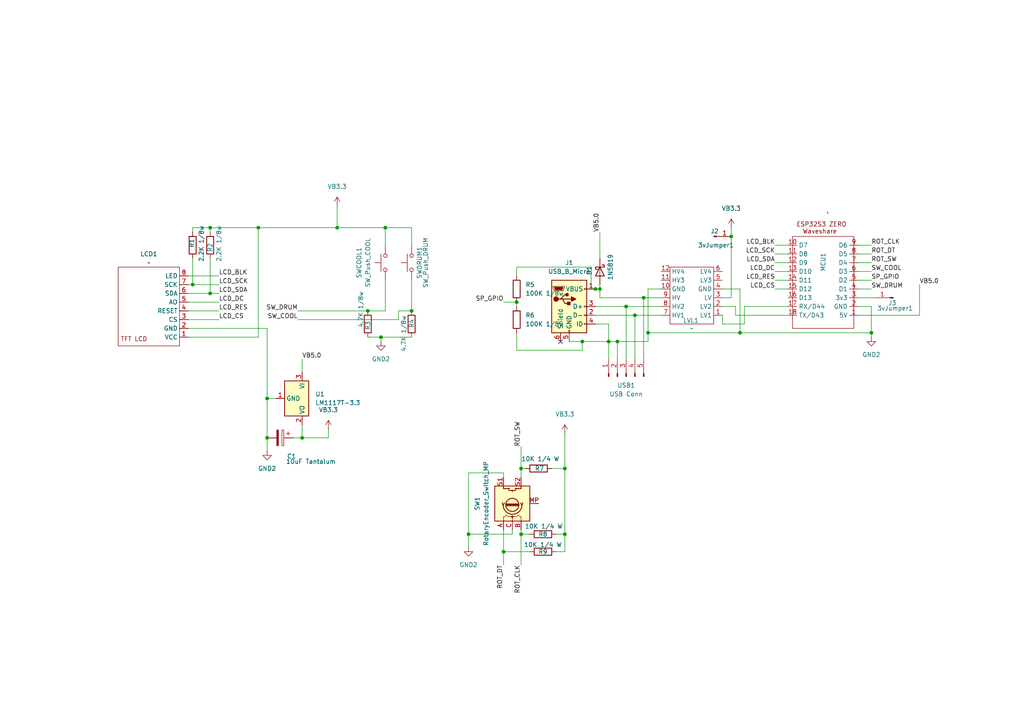
<source format=kicad_sch>
(kicad_sch (version 20231120) (generator "eeschema") (generator_version "8.0")
  (paper "A4")
  (lib_symbols
    (symbol "1_mycustom_symbol_library:Bidirectional Level Shifter Board"
      (property "Reference" "U" (at -10.16 0 0))
      (symbol "Bidirectional Level Shifter Board_0_1"
        (rectangle (start -1.27 8.89) (end 11.43 -7.62))
      )
      (symbol "Bidirectional Level Shifter Board_1_1"
        (pin bidirectional line (at -3.81 6.35 0) (length 2.54) (name "LV1") (number "1"))
        (pin power_in line (at 13.97 -1.27 180) (length 2.54) (name "GND") (number "10"))
        (pin bidirectional line (at 13.97 -3.81 180) (length 2.54) (name "HV3") (number "11"))
        (pin bidirectional line (at 13.97 -6.35 180) (length 2.54) (name "HV4") (number "12"))
        (pin bidirectional line (at -3.81 3.81 0) (length 2.54) (name "LV2") (number "2"))
        (pin power_in line (at -3.81 1.27 0) (length 2.54) (name "LV") (number "3"))
        (pin power_in line (at -3.81 -1.27 0) (length 2.54) (name "GND") (number "4"))
        (pin bidirectional line (at -3.81 -3.81 0) (length 2.54) (name "LV3") (number "5"))
        (pin bidirectional line (at -3.81 -6.35 0) (length 2.54) (name "LV4") (number "6"))
        (pin bidirectional line (at 13.97 6.35 180) (length 2.54) (name "HV1") (number "7"))
        (pin bidirectional line (at 13.97 3.81 180) (length 2.54) (name "HV2") (number "8"))
        (pin power_in line (at 13.97 1.27 180) (length 2.54) (name "HV") (number "9"))
      )
    )
    (symbol "1_mycustom_symbol_library:ST3375_TFT_160x128"
      (property "Reference" "U" (at 0 0 0))
      (symbol "ST3375_TFT_160x128_0_1"
        (rectangle (start 0 6.35) (end 17.78 -16.51))
      )
      (symbol "ST3375_TFT_160x128_1_1"
        (text "TFT LCD" (at 13.208 4.318 0) (effects (font (size 1.27 1.27))))
        (pin input line (at -2.54 3.81 0) (length 2.54) (name "VCC") (number "1"))
        (pin input line (at -2.54 1.27 0) (length 2.54) (name "GND") (number "2"))
        (pin input line (at -2.54 -1.27 0) (length 2.54) (name "CS") (number "3"))
        (pin input line (at -2.54 -3.81 0) (length 2.54) (name "RESET") (number "4"))
        (pin input line (at -2.54 -6.35 0) (length 2.54) (name "AO") (number "5"))
        (pin input line (at -2.54 -8.89 0) (length 2.54) (name "SDA") (number "6"))
        (pin input line (at -2.54 -11.43 0) (length 2.54) (name "SCK") (number "7"))
        (pin input line (at -2.54 -13.97 0) (length 2.54) (name "LED") (number "8"))
      )
    )
    (symbol "1_mycustom_symbol_library:Waveshare_ESP32-S3-Zero"
      (property "Reference" "C" (at 0 0.254 0))
      (symbol "Waveshare_ESP32-S3-Zero_0_1"
        (rectangle (start -8.89 13.97) (end 8.89 -12.7))
      )
      (symbol "Waveshare_ESP32-S3-Zero_1_1"
        (text "ESP32S3 ZERO\nWaveshare \n" (at 0.508 -15.24 0) (effects (font (size 1.27 1.27))))
        (pin power_in line (at -10.16 10.16 0) (length 2.54) (name "5V") (number "1"))
        (pin bidirectional line (at 10.16 -10.16 180) (length 2.54) (name "D7") (number "10"))
        (pin bidirectional line (at 10.16 -7.62 180) (length 2.54) (name "D8") (number "11"))
        (pin bidirectional line (at 10.16 -5.08 180) (length 2.54) (name "D9") (number "12"))
        (pin bidirectional line (at 10.16 -2.54 180) (length 2.54) (name "D10") (number "13"))
        (pin bidirectional line (at 10.16 0 180) (length 2.54) (name "D11") (number "14"))
        (pin bidirectional line (at 10.16 2.54 180) (length 2.54) (name "D12") (number "15"))
        (pin bidirectional line (at 10.16 5.08 180) (length 2.54) (name "D13") (number "16"))
        (pin bidirectional line (at 10.16 7.62 180) (length 2.54) (name "RX/D44") (number "17"))
        (pin bidirectional line (at 10.16 10.16 180) (length 2.54) (name "TX/D43") (number "18"))
        (pin power_in line (at -10.16 7.62 0) (length 2.54) (name "GND") (number "2"))
        (pin power_out line (at -10.16 5.08 0) (length 2.54) (name "3v3") (number "3"))
        (pin bidirectional line (at -10.16 2.54 0) (length 2.54) (name "D1") (number "4"))
        (pin bidirectional line (at -10.16 0 0) (length 2.54) (name "D2") (number "5"))
        (pin bidirectional line (at -10.16 -2.54 0) (length 2.54) (name "D3") (number "6"))
        (pin bidirectional line (at -10.16 -5.08 0) (length 2.54) (name "D4") (number "7"))
        (pin bidirectional line (at -10.16 -7.62 0) (length 2.54) (name "D5") (number "8"))
        (pin bidirectional line (at -10.16 -10.16 0) (length 2.54) (name "D6") (number "9"))
      )
    )
    (symbol "Connector:Conn_01x01_Pin" (pin_names (offset 1.016) hide)
      (property "Reference" "J" (at 0 2.54 0))
      (property "Value" "Conn_01x01_Pin" (at 0 -2.54 0))
      (symbol "Conn_01x01_Pin_1_1"
        (polyline (pts (xy 1.27 0) (xy 0.8636 0)) (stroke (width 0.1524)))
        (rectangle (start 0.8636 0.127) (end 0 -0.127) (stroke (width 0.1524)) (fill (type outline)))
        (pin passive line (at 5.08 0 180) (length 3.81) (name "Pin_1") (number "1"))
      )
    )
    (symbol "Connector:Conn_01x05_Pin" (pin_names (offset 1.016) hide)
      (property "Reference" "J" (at 0 7.62 0))
      (property "Value" "Conn_01x05_Pin" (at 0 -7.62 0))
      (symbol "Conn_01x05_Pin_1_1"
        (polyline (pts (xy 1.27 -5.08) (xy 0.8636 -5.08)) (stroke (width 0.1524)))
        (polyline (pts (xy 1.27 -2.54) (xy 0.8636 -2.54)) (stroke (width 0.1524)))
        (polyline (pts (xy 1.27 0) (xy 0.8636 0)) (stroke (width 0.1524)))
        (polyline (pts (xy 1.27 2.54) (xy 0.8636 2.54)) (stroke (width 0.1524)))
        (polyline (pts (xy 1.27 5.08) (xy 0.8636 5.08)) (stroke (width 0.1524)))
        (rectangle (start 0.8636 -4.953) (end 0 -5.207) (stroke (width 0.1524)) (fill (type outline)))
        (rectangle (start 0.8636 -2.413) (end 0 -2.667) (stroke (width 0.1524)) (fill (type outline)))
        (rectangle (start 0.8636 0.127) (end 0 -0.127) (stroke (width 0.1524)) (fill (type outline)))
        (rectangle (start 0.8636 2.667) (end 0 2.413) (stroke (width 0.1524)) (fill (type outline)))
        (rectangle (start 0.8636 5.207) (end 0 4.953) (stroke (width 0.1524)) (fill (type outline)))
        (pin passive line (at 5.08 5.08 180) (length 3.81) (name "Pin_1") (number "1"))
        (pin passive line (at 5.08 2.54 180) (length 3.81) (name "Pin_2") (number "2"))
        (pin passive line (at 5.08 0 180) (length 3.81) (name "Pin_3") (number "3"))
        (pin passive line (at 5.08 -2.54 180) (length 3.81) (name "Pin_4") (number "4"))
        (pin passive line (at 5.08 -5.08 180) (length 3.81) (name "Pin_5") (number "5"))
      )
    )
    (symbol "Connector:USB_B_Micro" (pin_names (offset 1.016))
      (property "Reference" "J" (at -5.08 11.43 0))
      (property "Value" "USB_B_Micro" (at -5.08 8.89 0))
      (symbol "USB_B_Micro_0_1"
        (rectangle (start -5.08 -7.62) (end 5.08 7.62) (stroke (width 0.254)) (fill (type background)))
        (circle (center -3.81 2.159) (radius 0.635) (stroke (width 0.254)) (fill (type outline)))
        (circle (center -0.635 3.429) (radius 0.381) (stroke (width 0.254)) (fill (type outline)))
        (rectangle (start -0.127 -7.62) (end 0.127 -6.858))
        (polyline (pts (xy -1.905 2.159) (xy 0.635 2.159)) (stroke (width 0.254)))
        (polyline (pts (xy -3.175 2.159) (xy -2.54 2.159) (xy -1.27 3.429) (xy -0.635 3.429)) (stroke (width 0.254)))
        (polyline (pts (xy -2.54 2.159) (xy -1.905 2.159) (xy -1.27 0.889) (xy 0 0.889)) (stroke (width 0.254)))
        (polyline (pts (xy 0.635 2.794) (xy 0.635 1.524) (xy 1.905 2.159) (xy 0.635 2.794)) (stroke (width 0.254)) (fill (type outline)))
        (polyline (pts (xy -4.318 5.588) (xy -1.778 5.588) (xy -2.032 4.826) (xy -4.064 4.826) (xy -4.318 5.588)) (fill (type outline)))
        (polyline (pts (xy -4.699 5.842) (xy -4.699 5.588) (xy -4.445 4.826) (xy -4.445 4.572) (xy -1.651 4.572) (xy -1.651 4.826) (xy -1.397 5.588) (xy -1.397 5.842) (xy -4.699 5.842)))
        (rectangle (start 0.254 1.27) (end -0.508 0.508) (stroke (width 0.254)) (fill (type outline)))
        (rectangle (start 5.08 -5.207) (end 4.318 -4.953))
        (rectangle (start 5.08 -2.667) (end 4.318 -2.413))
        (rectangle (start 5.08 -0.127) (end 4.318 0.127))
        (rectangle (start 5.08 4.953) (end 4.318 5.207))
      )
      (symbol "USB_B_Micro_1_1"
        (pin power_out line (at 7.62 5.08 180) (length 2.54) (name "VBUS") (number "1"))
        (pin bidirectional line (at 7.62 -2.54 180) (length 2.54) (name "D-") (number "2"))
        (pin bidirectional line (at 7.62 0 180) (length 2.54) (name "D+") (number "3"))
        (pin passive line (at 7.62 -5.08 180) (length 2.54) (name "ID") (number "4"))
        (pin power_out line (at 0 -10.16 90) (length 2.54) (name "GND") (number "5"))
        (pin passive line (at -2.54 -10.16 90) (length 2.54) (name "Shield") (number "6"))
      )
    )
    (symbol "Device:C_Polarized" (pin_numbers hide) (pin_names (offset 0.254))
      (property "Reference" "C" (at 0.635 2.54 0))
      (property "Value" "C_Polarized" (at 0.635 -2.54 0))
      (symbol "C_Polarized_0_1"
        (rectangle (start -2.286 0.508) (end 2.286 1.016))
        (polyline (pts (xy -1.778 2.286) (xy -0.762 2.286)))
        (polyline (pts (xy -1.27 2.794) (xy -1.27 1.778)))
        (rectangle (start 2.286 -0.508) (end -2.286 -1.016) (fill (type outline)))
      )
      (symbol "C_Polarized_1_1"
        (pin passive line (at 0 3.81 270) (length 2.794) (name "~") (number "1"))
        (pin passive line (at 0 -3.81 90) (length 2.794) (name "~") (number "2"))
      )
    )
    (symbol "Device:D_Schottky" (pin_numbers hide) (pin_names (offset 1.016) hide)
      (property "Reference" "D" (at 0 2.54 0))
      (property "Value" "D_Schottky" (at 0 -2.54 0))
      (symbol "D_Schottky_0_1"
        (polyline (pts (xy 1.27 0) (xy -1.27 0)))
        (polyline (pts (xy 1.27 1.27) (xy 1.27 -1.27) (xy -1.27 0) (xy 1.27 1.27)) (stroke (width 0.254)))
        (polyline (pts (xy -1.905 0.635) (xy -1.905 1.27) (xy -1.27 1.27) (xy -1.27 -1.27) (xy -0.635 -1.27) (xy -0.635 -0.635)) (stroke (width 0.254)))
      )
      (symbol "D_Schottky_1_1"
        (pin passive line (at -3.81 0 0) (length 2.54) (name "K") (number "1"))
        (pin passive line (at 3.81 0 180) (length 2.54) (name "A") (number "2"))
      )
    )
    (symbol "Device:R" (pin_numbers hide) (pin_names (offset 0))
      (property "Reference" "R" (at 2.032 0 90))
      (property "Value" "R" (at 0 0 90))
      (symbol "R_0_1"
        (rectangle (start -1.016 -2.54) (end 1.016 2.54) (stroke (width 0.254)))
      )
      (symbol "R_1_1"
        (pin passive line (at 0 3.81 270) (length 1.27) (name "~") (number "1"))
        (pin passive line (at 0 -3.81 90) (length 1.27) (name "~") (number "2"))
      )
    )
    (symbol "Device:RotaryEncoder_Switch_MP" (pin_names (offset 0.254) hide)
      (property "Reference" "SW" (at 0 8.89 0))
      (property "Value" "RotaryEncoder_Switch_MP" (at 0 6.35 0))
      (symbol "RotaryEncoder_Switch_MP_0_1"
        (rectangle (start -5.08 5.08) (end 5.08 -5.08) (stroke (width 0.254)) (fill (type background)))
        (circle (center -3.81 0) (radius 0.254) (fill (type outline)))
        (circle (center -0.381 0) (radius 1.905) (stroke (width 0.254)))
        (arc (start -0.381 2.667) (mid -3.0988 -0.0635) (end -0.381 -2.794) (stroke (width 0.254)))
        (polyline (pts (xy -0.635 -1.778) (xy -0.635 1.778)) (stroke (width 0.254)))
        (polyline (pts (xy -0.381 -1.778) (xy -0.381 1.778)) (stroke (width 0.254)))
        (polyline (pts (xy -0.127 1.778) (xy -0.127 -1.778)) (stroke (width 0.254)))
        (polyline (pts (xy 3.81 0) (xy 3.429 0)) (stroke (width 0.254)))
        (polyline (pts (xy 3.81 1.016) (xy 3.81 -1.016)) (stroke (width 0.254)))
        (polyline (pts (xy -5.08 -2.54) (xy -3.81 -2.54) (xy -3.81 -2.032)))
        (polyline (pts (xy -5.08 2.54) (xy -3.81 2.54) (xy -3.81 2.032)))
        (polyline (pts (xy 0.254 -3.048) (xy -0.508 -2.794) (xy 0.127 -2.413)) (stroke (width 0.254)))
        (polyline (pts (xy 0.254 2.921) (xy -0.508 2.667) (xy 0.127 2.286)) (stroke (width 0.254)))
        (polyline (pts (xy 5.08 -2.54) (xy 4.318 -2.54) (xy 4.318 -1.016)) (stroke (width 0.254)))
        (polyline (pts (xy 5.08 2.54) (xy 4.318 2.54) (xy 4.318 1.016)) (stroke (width 0.254)))
        (polyline (pts (xy -5.08 0) (xy -3.81 0) (xy -3.81 -1.016) (xy -3.302 -2.032)))
        (polyline (pts (xy -4.318 0) (xy -3.81 0) (xy -3.81 1.016) (xy -3.302 2.032)))
        (circle (center 4.318 -1.016) (radius 0.127) (stroke (width 0.254)))
        (circle (center 4.318 1.016) (radius 0.127) (stroke (width 0.254)))
      )
      (symbol "RotaryEncoder_Switch_MP_1_1"
        (pin passive line (at -7.62 2.54 0) (length 2.54) (name "A") (number "A"))
        (pin passive line (at -7.62 -2.54 0) (length 2.54) (name "B") (number "B"))
        (pin passive line (at -7.62 0 0) (length 2.54) (name "C") (number "C"))
        (pin passive line (at 0 -7.62 90) (length 2.54) (name "MP") (number "MP"))
        (pin passive line (at 7.62 2.54 180) (length 2.54) (name "S1") (number "S1"))
        (pin passive line (at 7.62 -2.54 180) (length 2.54) (name "S2") (number "S2"))
      )
    )
    (symbol "Regulator_Linear:LM1117T-3.3"
      (property "Reference" "U" (at -3.81 3.175 0))
      (property "Value" "LM1117T-3.3" (at 0 3.175 0))
      (symbol "LM1117T-3.3_0_1"
        (rectangle (start -5.08 -5.08) (end 5.08 1.905) (stroke (width 0.254)) (fill (type background)))
      )
      (symbol "LM1117T-3.3_1_1"
        (pin power_in line (at 0 -7.62 90) (length 2.54) (name "GND") (number "1"))
        (pin power_out line (at 7.62 0 180) (length 2.54) (name "VO") (number "2"))
        (pin power_in line (at -7.62 0 0) (length 2.54) (name "VI") (number "3"))
      )
    )
    (symbol "Switch:SW_Push" (pin_numbers hide) (pin_names (offset 1.016) hide)
      (property "Reference" "SW" (at 1.27 2.54 0))
      (property "Value" "SW_Push" (at 0 -1.524 0))
      (symbol "SW_Push_0_1"
        (circle (center -2.032 0) (radius 0.508))
        (polyline (pts (xy 0 1.27) (xy 0 3.048)))
        (polyline (pts (xy 2.54 1.27) (xy -2.54 1.27)))
        (circle (center 2.032 0) (radius 0.508))
        (pin passive line (at -5.08 0 0) (length 2.54) (name "1") (number "1"))
        (pin passive line (at 5.08 0 180) (length 2.54) (name "2") (number "2"))
      )
    )
    (symbol "power:GND" (power) (pin_numbers hide) (pin_names (offset 0) hide)
      (property "Value" "GND" (at 0 -3.81 0))
      (symbol "GND_0_1"
        (polyline (pts (xy 0 0) (xy 0 -1.27) (xy 1.27 -1.27) (xy 0 -2.54) (xy -1.27 -1.27) (xy 0 -1.27)))
      )
      (symbol "GND_1_1"
        (pin power_in line (at 0 0 270) (length 0) (name "~") (number "1"))
      )
    )
    (symbol "power:GND1" (power) (pin_numbers hide) (pin_names (offset 0) hide)
      (property "Value" "GND1" (at 0 -3.81 0))
      (symbol "GND1_0_1"
        (polyline (pts (xy 0 0) (xy 0 -1.27) (xy 1.27 -1.27) (xy 0 -2.54) (xy -1.27 -1.27) (xy 0 -1.27)))
      )
      (symbol "GND1_1_1"
        (pin power_in line (at 0 0 270) (length 0) (name "~") (number "1"))
      )
    )
    (symbol "power:VD" (power) (pin_numbers hide) (pin_names (offset 0) hide)
      (property "Value" "VD" (at 0 3.556 0))
      (symbol "VD_0_1"
        (polyline (pts (xy -0.762 1.27) (xy 0 2.54)))
        (polyline (pts (xy 0 0) (xy 0 2.54)))
        (polyline (pts (xy 0 2.54) (xy 0.762 1.27)))
      )
      (symbol "VD_1_1"
        (pin power_in line (at 0 0 90) (length 0) (name "~") (number "1"))
      )
    )
  )
  (junction (at 163.83 135.89))
  (junction (at 172.72 83.82))
  (junction (at 60.96 66.04))
  (junction (at 55.88 82.55))
  (junction (at 74.93 66.04))
  (junction (at 214.63 96.52))
  (junction (at 111.76 66.04))
  (junction (at 184.15 91.44))
  (junction (at 176.53 99.06))
  (junction (at 87.63 127))
  (junction (at 77.47 127))
  (junction (at 168.91 99.06))
  (junction (at 151.13 135.89))
  (junction (at 60.96 85.09))
  (junction (at 252.73 96.52))
  (junction (at 119.38 90.17))
  (junction (at 106.68 90.17))
  (junction (at 77.47 115.57))
  (junction (at 163.83 154.94))
  (junction (at 135.89 154.94))
  (junction (at 151.13 154.94))
  (junction (at 146.05 160.02))
  (junction (at 212.09 68.58))
  (junction (at 110.49 97.79))
  (junction (at 97.79 66.04))
  (junction (at 187.96 96.52))
  (junction (at 173.99 83.82))
  (junction (at 186.69 86.36))
  (junction (at 179.07 99.06))
  (junction (at 181.61 88.9))
  (junction (at 149.86 87.63))
  (no_connect (at 162.56 99.06))
  (wire (pts (xy 135.89 154.94) (xy 135.89 158.75)))
  (wire (pts (xy 60.96 67.31) (xy 60.96 66.04)))
  (wire (pts (xy 224.79 73.66) (xy 228.6 73.66)))
  (wire (pts (xy 97.79 59.69) (xy 97.79 66.04)))
  (wire (pts (xy 63.5 80.01) (xy 54.61 80.01)))
  (wire (pts (xy 55.88 82.55) (xy 63.5 82.55)))
  (wire (pts (xy 54.61 95.25) (xy 77.47 95.25)))
  (wire (pts (xy 172.72 91.44) (xy 184.15 91.44)))
  (wire (pts (xy 86.36 92.71) (xy 115.57 92.71)))
  (wire (pts (xy 214.63 83.82) (xy 214.63 96.52)))
  (wire (pts (xy 95.25 127) (xy 95.25 124.46)))
  (wire (pts (xy 181.61 88.9) (xy 191.77 88.9)))
  (wire (pts (xy 176.53 99.06) (xy 176.53 104.14)))
  (wire (pts (xy 135.89 154.94) (xy 148.59 154.94)))
  (wire (pts (xy 151.13 154.94) (xy 151.13 163.83)))
  (wire (pts (xy 266.7 91.44) (xy 266.7 82.55)))
  (wire (pts (xy 149.86 87.63) (xy 149.86 88.9)))
  (wire (pts (xy 54.61 85.09) (xy 60.96 85.09)))
  (wire (pts (xy 148.59 154.94) (xy 148.59 153.67)))
  (wire (pts (xy 248.92 76.2) (xy 252.73 76.2)))
  (wire (pts (xy 248.92 73.66) (xy 252.73 73.66)))
  (wire (pts (xy 173.99 86.36) (xy 186.69 86.36)))
  (wire (pts (xy 54.61 92.71) (xy 63.5 92.71)))
  (wire (pts (xy 212.09 68.58) (xy 212.09 66.04)))
  (wire (pts (xy 168.91 101.6) (xy 168.91 99.06)))
  (wire (pts (xy 146.05 137.16) (xy 146.05 138.43)))
  (wire (pts (xy 151.13 129.54) (xy 151.13 135.89)))
  (wire (pts (xy 213.36 91.44) (xy 213.36 88.9)))
  (wire (pts (xy 215.9 93.98) (xy 215.9 88.9)))
  (wire (pts (xy 86.36 90.17) (xy 106.68 90.17)))
  (wire (pts (xy 252.73 96.52) (xy 252.73 97.79)))
  (wire (pts (xy 187.96 83.82) (xy 187.96 96.52)))
  (wire (pts (xy 184.15 91.44) (xy 184.15 104.14)))
  (wire (pts (xy 224.79 83.82) (xy 228.6 83.82)))
  (wire (pts (xy 172.72 88.9) (xy 181.61 88.9)))
  (wire (pts (xy 54.61 82.55) (xy 55.88 82.55)))
  (wire (pts (xy 209.55 93.98) (xy 215.9 93.98)))
  (wire (pts (xy 146.05 87.63) (xy 149.86 87.63)))
  (wire (pts (xy 87.63 104.14) (xy 87.63 107.95)))
  (wire (pts (xy 224.79 76.2) (xy 228.6 76.2)))
  (wire (pts (xy 97.79 66.04) (xy 111.76 66.04)))
  (wire (pts (xy 163.83 135.89) (xy 160.02 135.89)))
  (wire (pts (xy 149.86 101.6) (xy 168.91 101.6)))
  (wire (pts (xy 171.45 77.47) (xy 171.45 83.82)))
  (wire (pts (xy 224.79 81.28) (xy 228.6 81.28)))
  (wire (pts (xy 209.55 86.36) (xy 212.09 86.36)))
  (wire (pts (xy 179.07 99.06) (xy 187.96 99.06)))
  (wire (pts (xy 186.69 86.36) (xy 186.69 104.14)))
  (wire (pts (xy 60.96 66.04) (xy 74.93 66.04)))
  (wire (pts (xy 87.63 127) (xy 95.25 127)))
  (wire (pts (xy 54.61 97.79) (xy 74.93 97.79)))
  (wire (pts (xy 168.91 99.06) (xy 176.53 99.06)))
  (wire (pts (xy 111.76 71.12) (xy 111.76 66.04)))
  (wire (pts (xy 176.53 99.06) (xy 179.07 99.06)))
  (wire (pts (xy 115.57 90.17) (xy 119.38 90.17)))
  (wire (pts (xy 54.61 90.17) (xy 63.5 90.17)))
  (wire (pts (xy 181.61 88.9) (xy 181.61 104.14)))
  (wire (pts (xy 85.09 127) (xy 87.63 127)))
  (wire (pts (xy 173.99 83.82) (xy 173.99 82.55)))
  (wire (pts (xy 111.76 90.17) (xy 111.76 81.28)))
  (wire (pts (xy 248.92 83.82) (xy 252.73 83.82)))
  (wire (pts (xy 176.53 93.98) (xy 176.53 99.06)))
  (wire (pts (xy 184.15 91.44) (xy 191.77 91.44)))
  (wire (pts (xy 60.96 85.09) (xy 63.5 85.09)))
  (wire (pts (xy 77.47 115.57) (xy 77.47 127)))
  (wire (pts (xy 77.47 95.25) (xy 77.47 115.57)))
  (wire (pts (xy 224.79 71.12) (xy 228.6 71.12)))
  (wire (pts (xy 187.96 96.52) (xy 214.63 96.52)))
  (wire (pts (xy 153.67 154.94) (xy 151.13 154.94)))
  (wire (pts (xy 54.61 87.63) (xy 63.5 87.63)))
  (wire (pts (xy 55.88 67.31) (xy 55.88 66.04)))
  (wire (pts (xy 119.38 81.28) (xy 119.38 90.17)))
  (wire (pts (xy 171.45 83.82) (xy 172.72 83.82)))
  (wire (pts (xy 165.1 99.06) (xy 168.91 99.06)))
  (wire (pts (xy 87.63 123.19) (xy 87.63 127)))
  (wire (pts (xy 187.96 99.06) (xy 187.96 96.52)))
  (wire (pts (xy 173.99 83.82) (xy 173.99 86.36)))
  (wire (pts (xy 135.89 137.16) (xy 135.89 154.94)))
  (wire (pts (xy 55.88 74.93) (xy 55.88 82.55)))
  (wire (pts (xy 213.36 91.44) (xy 228.6 91.44)))
  (wire (pts (xy 60.96 74.93) (xy 60.96 85.09)))
  (wire (pts (xy 149.86 96.52) (xy 149.86 101.6)))
  (wire (pts (xy 172.72 93.98) (xy 176.53 93.98)))
  (wire (pts (xy 163.83 160.02) (xy 163.83 154.94)))
  (wire (pts (xy 149.86 80.01) (xy 149.86 77.47)))
  (wire (pts (xy 248.92 71.12) (xy 252.73 71.12)))
  (wire (pts (xy 248.92 86.36) (xy 254 86.36)))
  (wire (pts (xy 110.49 99.06) (xy 110.49 97.79)))
  (wire (pts (xy 146.05 160.02) (xy 153.67 160.02)))
  (wire (pts (xy 224.79 78.74) (xy 228.6 78.74)))
  (wire (pts (xy 213.36 88.9) (xy 209.55 88.9)))
  (wire (pts (xy 152.4 135.89) (xy 151.13 135.89)))
  (wire (pts (xy 115.57 92.71) (xy 115.57 90.17)))
  (wire (pts (xy 191.77 83.82) (xy 187.96 83.82)))
  (wire (pts (xy 151.13 154.94) (xy 151.13 153.67)))
  (wire (pts (xy 106.68 90.17) (xy 111.76 90.17)))
  (wire (pts (xy 215.9 88.9) (xy 228.6 88.9)))
  (wire (pts (xy 161.29 160.02) (xy 163.83 160.02)))
  (wire (pts (xy 179.07 104.14) (xy 179.07 99.06)))
  (wire (pts (xy 161.29 154.94) (xy 163.83 154.94)))
  (wire (pts (xy 146.05 137.16) (xy 135.89 137.16)))
  (wire (pts (xy 212.09 86.36) (xy 212.09 68.58)))
  (wire (pts (xy 149.86 77.47) (xy 171.45 77.47)))
  (wire (pts (xy 151.13 135.89) (xy 151.13 138.43)))
  (wire (pts (xy 146.05 153.67) (xy 146.05 160.02)))
  (wire (pts (xy 119.38 66.04) (xy 111.76 66.04)))
  (wire (pts (xy 248.92 91.44) (xy 266.7 91.44)))
  (wire (pts (xy 214.63 96.52) (xy 252.73 96.52)))
  (wire (pts (xy 77.47 115.57) (xy 80.01 115.57)))
  (wire (pts (xy 248.92 78.74) (xy 252.73 78.74)))
  (wire (pts (xy 209.55 83.82) (xy 214.63 83.82)))
  (wire (pts (xy 74.93 97.79) (xy 74.93 66.04)))
  (wire (pts (xy 146.05 160.02) (xy 146.05 163.83)))
  (wire (pts (xy 110.49 97.79) (xy 119.38 97.79)))
  (wire (pts (xy 74.93 66.04) (xy 97.79 66.04)))
  (wire (pts (xy 186.69 86.36) (xy 191.77 86.36)))
  (wire (pts (xy 248.92 88.9) (xy 252.73 88.9)))
  (wire (pts (xy 173.99 67.31) (xy 173.99 74.93)))
  (wire (pts (xy 163.83 125.73) (xy 163.83 135.89)))
  (wire (pts (xy 209.55 91.44) (xy 209.55 93.98)))
  (wire (pts (xy 172.72 83.82) (xy 173.99 83.82)))
  (wire (pts (xy 119.38 71.12) (xy 119.38 66.04)))
  (wire (pts (xy 163.83 154.94) (xy 163.83 135.89)))
  (wire (pts (xy 106.68 97.79) (xy 110.49 97.79)))
  (wire (pts (xy 248.92 81.28) (xy 252.73 81.28)))
  (wire (pts (xy 77.47 127) (xy 77.47 130.81)))
  (wire (pts (xy 252.73 88.9) (xy 252.73 96.52)))
  (wire (pts (xy 55.88 66.04) (xy 60.96 66.04)))
  (label "LCD_CS" (at 224.79 83.82 180))
  (label "LCD_DC" (at 224.79 78.74 180))
  (label "LCD_RES" (at 224.79 81.28 180))
  (label "LCD_RES" (at 63.5 90.17 0))
  (label "SW_COOL" (at 86.36 92.71 180))
  (label "LCD_BLK" (at 63.5 80.01 0))
  (label "VB5.0" (at 173.99 67.31 90))
  (label "ROT_CLK" (at 252.73 71.12 0))
  (label "SW_DRUM" (at 252.73 83.82 0))
  (label "SP_GPIO" (at 252.73 81.28 0))
  (label "LCD_SDA" (at 63.5 85.09 0))
  (label "LCD_SCK" (at 224.79 73.66 180))
  (label "ROT_DT" (at 146.05 163.83 270))
  (label "LCD_DC" (at 63.5 87.63 0))
  (label "SW_COOL" (at 252.73 78.74 0))
  (label "ROT_DT" (at 252.73 73.66 0))
  (label "ROT_SW" (at 151.13 129.54 90))
  (label "LCD_CS" (at 63.5 92.71 0))
  (label "VB5.0" (at 266.7 82.55 0))
  (label "LCD_SDA" (at 224.79 76.2 180))
  (label "ROT_CLK" (at 151.13 163.83 270))
  (label "LCD_BLK" (at 224.79 71.12 180))
  (label "SW_DRUM" (at 86.36 90.17 180))
  (label "VB5.0" (at 87.63 104.14 0))
  (label "ROT_SW" (at 252.73 76.2 0))
  (label "LCD_SCK" (at 63.5 82.55 0))
  (label "SP_GPIO" (at 146.05 87.63 180))
  (symbol (lib_id "1_mycustom_symbol_library:Waveshare_ESP32-S3-Zero") (at 238.76 81.28 180) (unit 1)
    (property "Reference" "MCU1" (at 238.76 78.74 90) (effects (justify right)))
    (property "Value" "~" (at 240.03 62.23 90) (effects (justify right)))
    (property "Footprint" "1_my_custom_library:ESP32S3 Zero Waveshare" (effects (hide yes)))
  )
  (symbol (lib_id "power:GND1") (at 110.49 99.06 0) (unit 1)
    (property "Reference" "#PWR04" (effects (hide yes)))
    (property "Value" "GND2" (at 110.49 104.14 0))
    (property "Description" "Power symbol creates a global label with name \"GND1\" , ground" (effects (hide yes)))
  )
  (symbol (lib_id "Device:R") (at 156.21 135.89 270) (unit 1)
    (property "Reference" "R7" (at 156.464 135.89 90))
    (property "Value" "10K 1/4 W" (at 156.718 133.096 90))
    (property "Footprint" "Resistor_THT:R_Axial_DIN0204_L3.6mm_D1.6mm_P5.08mm_Horizontal" (effects (hide yes)))
    (property "Description" "Resistor" (effects (hide yes)))
  )
  (symbol (lib_id "Connector:Conn_01x01_Pin") (at 259.08 86.36 180) (unit 1)
    (property "Reference" "J3" (at 258.826 87.884 0))
    (property "Value" "3vJumper1" (at 259.588 89.408 0))
    (property "Footprint" "Connector_PinHeader_2.54mm:PinHeader_1x01_P2.54mm_Vertical" (effects (hide yes)))
    (property "Description" "Generic connector, single row, 01x01, script generated" (effects (hide yes)))
  )
  (symbol (lib_id "Device:C_Polarized") (at 81.28 127 270) (unit 1)
    (property "Reference" "C1" (at 84.582 132.334 90))
    (property "Value" "10uF Tantalum" (at 90.17 133.858 90))
    (property "Footprint" "Capacitor_THT:CP_Radial_Tantal_D4.5mm_P2.50mm" (effects (hide yes)))
    (property "Description" "Polarized capacitor" (effects (hide yes)))
  )
  (symbol (lib_id "Device:R") (at 157.48 160.02 270) (unit 1)
    (property "Reference" "R9" (at 157.48 160.02 90))
    (property "Value" "10K 1/4 W" (at 157.48 157.988 90))
    (property "Footprint" "Resistor_THT:R_Axial_DIN0204_L3.6mm_D1.6mm_P5.08mm_Horizontal" (effects (hide yes)))
    (property "Description" "Resistor" (effects (hide yes)))
  )
  (symbol (lib_id "power:GND1") (at 135.89 158.75 0) (unit 1)
    (property "Reference" "#PWR05" (effects (hide yes)))
    (property "Value" "GND2" (at 135.89 163.83 0))
    (property "Description" "Power symbol creates a global label with name \"GND1\" , ground" (effects (hide yes)))
  )
  (symbol (lib_id "Device:R") (at 157.48 154.94 270) (unit 1)
    (property "Reference" "R8" (at 157.48 154.94 90))
    (property "Value" "10K 1/4 W" (at 157.734 152.654 90))
    (property "Footprint" "Resistor_THT:R_Axial_DIN0204_L3.6mm_D1.6mm_P5.08mm_Horizontal" (effects (hide yes)))
    (property "Description" "Resistor" (effects (hide yes)))
  )
  (symbol (lib_id "power:GND") (at 252.73 97.79 0) (unit 1)
    (property "Reference" "#PWR08" (effects (hide yes)))
    (property "Value" "GND2" (at 252.73 102.87 0))
    (property "Description" "Power symbol creates a global label with name \"GND\" , ground" (effects (hide yes)))
  )
  (symbol (lib_id "Switch:SW_Push") (at 119.38 76.2 90) (unit 1)
    (property "Reference" "SWDRUM1" (at 121.666 76.2 0))
    (property "Value" "SW_Push_DRUM" (at 123.444 76.2 0))
    (property "Footprint" "Button_Switch_THT:SW_PUSH_6mm" (effects (hide yes)))
    (property "Description" "Push button switch, generic, two pins" (effects (hide yes)))
  )
  (symbol (lib_id "1_mycustom_symbol_library:ST3375_TFT_160x128") (at 52.07 93.98 180) (unit 1)
    (property "Reference" "LCD1" (at 43.18 73.66 0))
    (property "Value" "~" (at 43.18 76.2 0))
    (property "Footprint" "1_my_custom_library:ST3375_TFT_120x160" (effects (hide yes)))
  )
  (symbol (lib_id "Device:R") (at 55.88 71.12 0) (unit 1)
    (property "Reference" "R1" (at 55.626 71.882 90) (effects (justify left)))
    (property "Value" "2.2K 1/8w" (at 58.42 75.946 90) (effects (justify left)))
    (property "Footprint" "R_Axial_DIN0204_L3.6mm_D1.6mm_P7.62mm_Horizontal" (effects (hide yes)))
    (property "Description" "Resistor" (effects (hide yes)))
  )
  (symbol (lib_id "Device:D_Schottky") (at 173.99 78.74 270) (unit 1)
    (property "Reference" "D1" (at 170.942 78.486 0))
    (property "Value" "1N5819" (at 177.038 77.47 0))
    (property "Footprint" "Diode_THT:D_DO-41_SOD81_P7.62mm_Horizontal" (effects (hide yes)))
    (property "Description" "Schottky diode" (effects (hide yes)))
  )
  (symbol (lib_id "Device:R") (at 149.86 92.71 0) (unit 1)
    (property "Reference" "R6" (at 152.4 91.4399 0) (effects (justify left)))
    (property "Value" "100K 1/8w" (at 152.4 93.9799 0) (effects (justify left)))
    (property "Footprint" "R_Axial_DIN0204_L3.6mm_D1.6mm_P7.62mm_Horizontal" (effects (hide yes)))
    (property "Description" "Resistor" (effects (hide yes)))
  )
  (symbol (lib_id "Device:RotaryEncoder_Switch_MP") (at 148.59 146.05 90) (unit 1)
    (property "Reference" "SW1" (at 138.43 146.05 0))
    (property "Value" "RotaryEncoder_Switch_MP" (at 140.97 146.05 0))
    (property "Footprint" "Rotary_Encoder:RotaryEncoder_Alps_EC12E-Switch_Vertical_H20mm_CircularMountingHoles" (effects (hide yes)))
    (property "Description" "Rotary encoder, dual channel, incremental quadrate outputs, with switch and MP Pin" (effects (hide yes)))
  )
  (symbol (lib_id "Connector:Conn_01x01_Pin") (at 207.01 68.58 0) (unit 1)
    (property "Reference" "J2" (at 207.264 67.056 0))
    (property "Value" "3vJumper1" (at 207.645 71.12 0))
    (property "Footprint" "Connector_PinHeader_2.54mm:PinHeader_1x01_P2.54mm_Vertical" (effects (hide yes)))
    (property "Description" "Generic connector, single row, 01x01, script generated" (effects (hide yes)))
  )
  (symbol (lib_id "1_mycustom_symbol_library:Bidirectional Level Shifter Board") (at 205.74 85.09 180) (unit 1)
    (property "Reference" "LVL1" (at 200.406 92.964 0))
    (property "Value" "~" (at 200.66 95.25 0))
    (property "Footprint" "1_my_custom_library:Bidirectional Level Shifter 4x" (effects (hide yes)))
  )
  (symbol (lib_id "power:VD") (at 97.79 59.69 0) (unit 1)
    (property "Reference" "#PWR03" (effects (hide yes)))
    (property "Value" "VB3.3" (at 97.79 54.102 0))
    (property "Description" "Power symbol creates a global label with name \"VD\"" (effects (hide yes)))
  )
  (symbol (lib_id "power:VD") (at 163.83 125.73 0) (unit 1)
    (property "Reference" "#PWR06" (effects (hide yes)))
    (property "Value" "VB3.3" (at 163.83 120.142 0))
    (property "Description" "Power symbol creates a global label with name \"VD\"" (effects (hide yes)))
  )
  (symbol (lib_id "power:VD") (at 212.09 66.04 0) (unit 1)
    (property "Reference" "#PWR07" (effects (hide yes)))
    (property "Value" "VB3.3" (at 212.09 60.452 0))
    (property "Description" "Power symbol creates a global label with name \"VD\"" (effects (hide yes)))
  )
  (symbol (lib_id "Device:R") (at 119.38 93.98 180) (unit 1)
    (property "Reference" "R4" (at 119.38 92.456 90) (effects (justify left)))
    (property "Value" "4.7K 1/8w" (at 117.094 91.44 90) (effects (justify left)))
    (property "Footprint" "R_Axial_DIN0204_L3.6mm_D1.6mm_P7.62mm_Horizontal" (effects (hide yes)))
    (property "Description" "Resistor" (effects (hide yes)))
  )
  (symbol (lib_id "Device:R") (at 106.68 93.98 0) (unit 1)
    (property "Reference" "R3" (at 106.68 95.758 90) (effects (justify left)))
    (property "Value" "4.7K 1/8w" (at 104.648 94.996 90) (effects (justify left)))
    (property "Footprint" "R_Axial_DIN0204_L3.6mm_D1.6mm_P7.62mm_Horizontal" (effects (hide yes)))
    (property "Description" "Resistor" (effects (hide yes)))
  )
  (symbol (lib_id "Device:R") (at 60.96 71.12 0) (unit 1)
    (property "Reference" "R2" (at 60.96 73.152 90) (effects (justify left)))
    (property "Value" "2.2K 1/8w" (at 63.5 75.946 90) (effects (justify left)))
    (property "Footprint" "R_Axial_DIN0204_L3.6mm_D1.6mm_P7.62mm_Horizontal" (effects (hide yes)))
    (property "Description" "Resistor" (effects (hide yes)))
  )
  (symbol (lib_id "Connector:USB_B_Micro") (at 165.1 88.9 0) (unit 1)
    (property "Reference" "J1" (at 165.1 76.2 0))
    (property "Value" "USB_B_Micro" (at 165.1 78.74 0))
    (property "Footprint" "1_my_custom_library:USB Micro 5P" (effects (hide yes)))
    (property "Description" "USB Micro Type B connector" (effects (hide yes)))
  )
  (symbol (lib_id "Device:R") (at 149.86 83.82 0) (unit 1)
    (property "Reference" "R5" (at 152.4 82.5499 0) (effects (justify left)))
    (property "Value" "100K 1/8w" (at 152.4 85.0899 0) (effects (justify left)))
    (property "Footprint" "R_Axial_DIN0204_L3.6mm_D1.6mm_P7.62mm_Horizontal" (effects (hide yes)))
    (property "Description" "Resistor" (effects (hide yes)))
  )
  (symbol (lib_id "Connector:Conn_01x05_Pin") (at 181.61 109.22 90) (unit 1)
    (property "Reference" "USB1" (at 181.61 111.76 90))
    (property "Value" "USB Conn" (at 181.61 114.3 90))
    (property "Footprint" "Connector_JST:JST_EH_B5B-EH-A_1x05_P2.50mm_Vertical" (effects (hide yes)))
    (property "Description" "Generic connector, single row, 01x05, script generated" (effects (hide yes)))
  )
  (symbol (lib_id "power:VD") (at 95.25 124.46 0) (unit 1)
    (property "Reference" "#PWR02" (effects (hide yes)))
    (property "Value" "VB3.3" (at 95.25 118.872 0))
    (property "Description" "Power symbol creates a global label with name \"VD\"" (effects (hide yes)))
  )
  (symbol (lib_id "Regulator_Linear:LM1117T-3.3") (at 87.63 115.57 270) (unit 1)
    (property "Reference" "U1" (at 91.44 114.2999 90) (effects (justify left)))
    (property "Value" "LM1117T-3.3" (at 91.44 116.8399 90) (effects (justify left)))
    (property "Footprint" "Package_TO_SOT_THT:TO-220-3_Vertical" (effects (hide yes)))
    (property "Datasheet" "http://www.ti.com/lit/ds/symlink/lm1117.pdf" (effects (hide yes)))
    (property "Description" "800mA Low-Dropout Linear Regulator, 3.3V fixed output, TO-220" (effects (hide yes)))
  )
  (symbol (lib_id "Switch:SW_Push") (at 111.76 76.2 90) (unit 1)
    (property "Reference" "SWCOOL1" (at 104.14 76.2 0))
    (property "Value" "SW_Push_COOL" (at 106.68 76.2 0))
    (property "Footprint" "Button_Switch_THT:SW_PUSH_6mm" (effects (hide yes)))
    (property "Description" "Push button switch, generic, two pins" (effects (hide yes)))
  )
  (symbol (lib_id "power:GND") (at 77.47 130.81 0) (unit 1)
    (property "Reference" "#PWR01" (effects (hide yes)))
    (property "Value" "GND2" (at 77.47 135.89 0))
    (property "Description" "Power symbol creates a global label with name \"GND\" , ground" (effects (hide yes)))
  )
)
</source>
